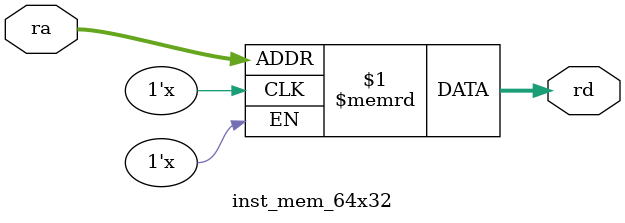
<source format=v>
`timescale 1 ns / 100 ps

/*

*/

module inst_mem_64x32(ra, rd);
	input [5:0] ra;
	output [31:0] rd;

	reg [31:0] memory [0:63];

	assign rd = memory[ra];
endmodule

</source>
